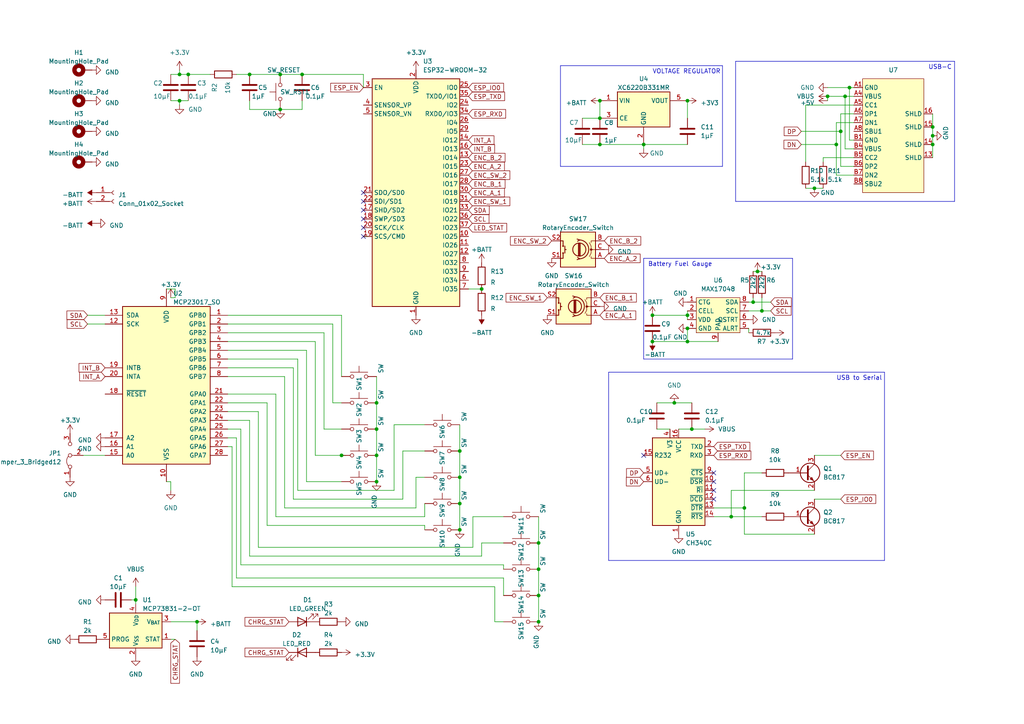
<source format=kicad_sch>
(kicad_sch (version 20230121) (generator eeschema)
  (paper "A4")
  (junction (at 173.99 41.91))
  (junction (at 54.61 21.59))
  (junction (at 87.63 21.59))
  (junction (at 109.22 116.84))
  (junction (at 133.35 153.67))
  (junction (at 133.35 130.81))
  (junction (at 156.21 165.1))
  (junction (at 186.69 41.91))
  (junction (at 215.9 147.32))
  (junction (at 173.99 34.29))
  (junction (at 270.51 41.91))
  (junction (at 199.39 99.06))
  (junction (at 156.21 157.48))
  (junction (at 199.39 91.44))
  (junction (at 156.21 180.34))
  (junction (at 189.23 91.44))
  (junction (at 109.22 124.46))
  (junction (at 99.06 132.08))
  (junction (at 220.98 90.17))
  (junction (at 245.11 27.94))
  (junction (at 218.44 87.63))
  (junction (at 133.35 138.43))
  (junction (at 173.99 29.21))
  (junction (at 270.51 39.37))
  (junction (at 270.51 36.83))
  (junction (at 109.22 139.7))
  (junction (at 139.7 83.82))
  (junction (at 243.84 38.1))
  (junction (at 246.38 25.4))
  (junction (at 199.39 95.25))
  (junction (at 242.57 41.91))
  (junction (at 195.58 116.84))
  (junction (at 156.21 172.72))
  (junction (at 212.09 149.86))
  (junction (at 200.66 124.46))
  (junction (at 57.15 180.34))
  (junction (at 240.03 27.94))
  (junction (at 133.35 146.05))
  (junction (at 81.28 31.75))
  (junction (at 189.23 99.06))
  (junction (at 39.37 173.99))
  (junction (at 199.39 29.21))
  (junction (at 236.22 54.61))
  (junction (at 52.07 21.59))
  (junction (at 109.22 132.08))
  (junction (at 52.07 29.21))
  (junction (at 219.71 78.74))
  (junction (at 81.28 21.59))
  (junction (at 72.39 21.59))
  (no_connect (at 105.41 63.5))
  (no_connect (at 105.41 55.88))
  (no_connect (at 207.01 139.7))
  (no_connect (at 105.41 60.96))
  (no_connect (at 105.41 66.04))
  (no_connect (at 105.41 58.42))
  (no_connect (at 207.01 137.16))
  (no_connect (at 105.41 68.58))
  (no_connect (at 186.69 132.08))
  (no_connect (at 207.01 144.78))
  (no_connect (at 207.01 142.24))
  (wire (pts (xy 24.13 132.08) (xy 30.48 132.08)))
  (wire (pts (xy 68.58 127) (xy 68.58 167.64)))
  (wire (pts (xy 186.69 43.18) (xy 186.69 41.91)))
  (wire (pts (xy 82.55 147.32) (xy 120.65 147.32)))
  (wire (pts (xy 242.57 50.8) (xy 247.65 50.8)))
  (wire (pts (xy 238.76 45.72) (xy 247.65 45.72)))
  (wire (pts (xy 233.68 30.48) (xy 233.68 46.99)))
  (wire (pts (xy 199.39 99.06) (xy 208.28 99.06)))
  (wire (pts (xy 99.06 109.22) (xy 99.06 91.44)))
  (wire (pts (xy 236.22 54.61) (xy 238.76 54.61)))
  (wire (pts (xy 207.01 149.86) (xy 212.09 149.86)))
  (polyline (pts (xy 213.36 58.42) (xy 213.36 17.78)))
  (wire (pts (xy 243.84 38.1) (xy 243.84 33.02)))
  (wire (pts (xy 143.51 170.18) (xy 143.51 180.34)))
  (wire (pts (xy 247.65 40.64) (xy 246.38 40.64)))
  (wire (pts (xy 133.35 138.43) (xy 133.35 146.05)))
  (wire (pts (xy 217.17 90.17) (xy 220.98 90.17)))
  (wire (pts (xy 66.04 109.22) (xy 82.55 109.22)))
  (polyline (pts (xy 186.69 74.93) (xy 186.69 104.14)))
  (wire (pts (xy 156.21 157.48) (xy 156.21 165.1)))
  (wire (pts (xy 207.01 147.32) (xy 215.9 147.32)))
  (wire (pts (xy 25.4 93.98) (xy 30.48 93.98)))
  (wire (pts (xy 146.05 167.64) (xy 146.05 172.72)))
  (wire (pts (xy 67.31 129.54) (xy 67.31 170.18)))
  (wire (pts (xy 212.09 142.24) (xy 236.22 142.24)))
  (wire (pts (xy 93.98 124.46) (xy 99.06 124.46)))
  (polyline (pts (xy 209.55 19.05) (xy 209.55 48.26)))
  (wire (pts (xy 189.23 99.06) (xy 199.39 99.06)))
  (wire (pts (xy 245.11 27.94) (xy 247.65 27.94)))
  (wire (pts (xy 86.36 104.14) (xy 86.36 142.24)))
  (wire (pts (xy 74.93 158.75) (xy 137.16 158.75)))
  (wire (pts (xy 50.8 185.42) (xy 49.53 185.42)))
  (wire (pts (xy 91.44 132.08) (xy 99.06 132.08)))
  (wire (pts (xy 219.71 78.74) (xy 220.98 78.74)))
  (wire (pts (xy 139.7 157.48) (xy 146.05 157.48)))
  (wire (pts (xy 96.52 93.98) (xy 96.52 116.84)))
  (wire (pts (xy 66.04 99.06) (xy 91.44 99.06)))
  (wire (pts (xy 242.57 35.56) (xy 247.65 35.56)))
  (polyline (pts (xy 229.87 104.14) (xy 186.69 104.14)))
  (wire (pts (xy 80.01 114.3) (xy 80.01 149.86)))
  (wire (pts (xy 66.04 127) (xy 68.58 127)))
  (wire (pts (xy 168.91 34.29) (xy 173.99 34.29)))
  (wire (pts (xy 38.1 173.99) (xy 39.37 173.99)))
  (wire (pts (xy 93.98 96.52) (xy 93.98 124.46)))
  (wire (pts (xy 270.51 39.37) (xy 270.51 41.91)))
  (wire (pts (xy 243.84 48.26) (xy 247.65 48.26)))
  (wire (pts (xy 199.39 90.17) (xy 199.39 91.44)))
  (wire (pts (xy 156.21 172.72) (xy 156.21 180.34)))
  (wire (pts (xy 218.44 78.74) (xy 219.71 78.74)))
  (polyline (pts (xy 276.86 17.78) (xy 276.86 58.42)))
  (polyline (pts (xy 162.56 48.26) (xy 162.56 19.05)))
  (wire (pts (xy 196.85 124.46) (xy 200.66 124.46)))
  (wire (pts (xy 215.9 154.94) (xy 236.22 154.94)))
  (wire (pts (xy 116.84 130.81) (xy 123.19 130.81)))
  (wire (pts (xy 240.03 27.94) (xy 245.11 27.94)))
  (wire (pts (xy 109.22 116.84) (xy 109.22 124.46)))
  (wire (pts (xy 50.8 83.82) (xy 50.8 86.36)))
  (wire (pts (xy 48.26 83.82) (xy 50.8 83.82)))
  (wire (pts (xy 270.51 36.83) (xy 270.51 39.37)))
  (wire (pts (xy 81.28 31.75) (xy 87.63 31.75)))
  (wire (pts (xy 133.35 146.05) (xy 133.35 153.67)))
  (wire (pts (xy 139.7 161.29) (xy 139.7 157.48)))
  (wire (pts (xy 57.15 180.34) (xy 57.15 182.88)))
  (wire (pts (xy 114.3 142.24) (xy 114.3 123.19)))
  (wire (pts (xy 190.5 116.84) (xy 195.58 116.84)))
  (wire (pts (xy 245.11 43.18) (xy 247.65 43.18)))
  (wire (pts (xy 39.37 170.18) (xy 39.37 173.99)))
  (wire (pts (xy 199.39 99.06) (xy 199.39 95.25)))
  (wire (pts (xy 72.39 29.21) (xy 72.39 31.75)))
  (wire (pts (xy 195.58 116.84) (xy 200.66 116.84)))
  (wire (pts (xy 99.06 91.44) (xy 66.04 91.44)))
  (polyline (pts (xy 229.87 74.93) (xy 229.87 104.14)))
  (wire (pts (xy 246.38 25.4) (xy 246.38 40.64)))
  (wire (pts (xy 139.7 83.82) (xy 135.89 83.82)))
  (wire (pts (xy 54.61 21.59) (xy 60.96 21.59)))
  (wire (pts (xy 242.57 41.91) (xy 242.57 35.56)))
  (wire (pts (xy 52.07 30.48) (xy 52.07 29.21)))
  (wire (pts (xy 238.76 46.99) (xy 238.76 45.72)))
  (polyline (pts (xy 209.55 48.26) (xy 162.56 48.26)))
  (wire (pts (xy 52.07 20.32) (xy 52.07 21.59)))
  (wire (pts (xy 77.47 116.84) (xy 77.47 152.4)))
  (wire (pts (xy 243.84 132.08) (xy 236.22 132.08)))
  (wire (pts (xy 200.66 124.46) (xy 204.47 124.46)))
  (wire (pts (xy 99.06 132.08) (xy 100.33 132.08)))
  (wire (pts (xy 109.22 132.08) (xy 109.22 139.7)))
  (wire (pts (xy 109.22 124.46) (xy 109.22 132.08)))
  (wire (pts (xy 189.23 91.44) (xy 199.39 91.44)))
  (wire (pts (xy 114.3 123.19) (xy 123.19 123.19)))
  (wire (pts (xy 66.04 121.92) (xy 72.39 121.92)))
  (wire (pts (xy 137.16 158.75) (xy 137.16 149.86)))
  (polyline (pts (xy 176.53 107.95) (xy 256.54 107.95)))
  (polyline (pts (xy 162.56 19.05) (xy 209.55 19.05)))
  (wire (pts (xy 236.22 144.78) (xy 243.84 144.78)))
  (wire (pts (xy 72.39 121.92) (xy 72.39 161.29)))
  (wire (pts (xy 81.28 21.59) (xy 87.63 21.59)))
  (wire (pts (xy 212.09 149.86) (xy 212.09 142.24)))
  (wire (pts (xy 50.8 86.36) (xy 49.53 86.36)))
  (wire (pts (xy 143.51 180.34) (xy 146.05 180.34)))
  (wire (pts (xy 48.26 139.7) (xy 49.53 139.7)))
  (wire (pts (xy 242.57 41.91) (xy 242.57 50.8)))
  (wire (pts (xy 88.9 101.6) (xy 88.9 139.7)))
  (wire (pts (xy 52.07 21.59) (xy 54.61 21.59)))
  (wire (pts (xy 87.63 31.75) (xy 87.63 29.21)))
  (wire (pts (xy 106.68 68.58) (xy 105.41 68.58)))
  (wire (pts (xy 72.39 21.59) (xy 81.28 21.59)))
  (wire (pts (xy 232.41 41.91) (xy 242.57 41.91)))
  (polyline (pts (xy 186.69 74.93) (xy 229.87 74.93)))
  (wire (pts (xy 217.17 96.52) (xy 217.17 95.25)))
  (wire (pts (xy 246.38 25.4) (xy 247.65 25.4)))
  (wire (pts (xy 156.21 165.1) (xy 156.21 172.72)))
  (wire (pts (xy 77.47 152.4) (xy 123.19 152.4)))
  (polyline (pts (xy 213.36 17.78) (xy 276.86 17.78)))
  (wire (pts (xy 133.35 123.19) (xy 133.35 130.81)))
  (wire (pts (xy 243.84 38.1) (xy 243.84 48.26)))
  (wire (pts (xy 133.35 130.81) (xy 133.35 138.43)))
  (wire (pts (xy 146.05 163.83) (xy 146.05 165.1)))
  (wire (pts (xy 220.98 90.17) (xy 223.52 90.17)))
  (wire (pts (xy 72.39 31.75) (xy 81.28 31.75)))
  (wire (pts (xy 72.39 161.29) (xy 139.7 161.29)))
  (wire (pts (xy 66.04 129.54) (xy 67.31 129.54)))
  (wire (pts (xy 217.17 87.63) (xy 218.44 87.63)))
  (wire (pts (xy 85.09 106.68) (xy 85.09 144.78)))
  (wire (pts (xy 233.68 54.61) (xy 236.22 54.61)))
  (wire (pts (xy 137.16 149.86) (xy 146.05 149.86)))
  (wire (pts (xy 116.84 144.78) (xy 116.84 130.81)))
  (polyline (pts (xy 276.86 58.42) (xy 213.36 58.42)))
  (wire (pts (xy 218.44 87.63) (xy 223.52 87.63)))
  (wire (pts (xy 57.15 180.34) (xy 49.53 180.34)))
  (wire (pts (xy 105.41 21.59) (xy 105.41 25.4)))
  (wire (pts (xy 190.5 124.46) (xy 194.31 124.46)))
  (wire (pts (xy 173.99 29.21) (xy 173.99 34.29)))
  (wire (pts (xy 247.65 30.48) (xy 233.68 30.48)))
  (wire (pts (xy 220.98 137.16) (xy 215.9 137.16)))
  (wire (pts (xy 69.85 163.83) (xy 146.05 163.83)))
  (wire (pts (xy 199.39 34.29) (xy 199.39 29.21)))
  (wire (pts (xy 80.01 149.86) (xy 123.19 149.86)))
  (wire (pts (xy 68.58 167.64) (xy 146.05 167.64)))
  (wire (pts (xy 66.04 119.38) (xy 74.93 119.38)))
  (wire (pts (xy 52.07 29.21) (xy 54.61 29.21)))
  (polyline (pts (xy 256.54 162.56) (xy 176.53 162.56)))
  (wire (pts (xy 66.04 93.98) (xy 96.52 93.98)))
  (wire (pts (xy 240.03 27.94) (xy 240.03 29.21)))
  (wire (pts (xy 232.41 38.1) (xy 243.84 38.1)))
  (wire (pts (xy 220.98 86.36) (xy 220.98 90.17)))
  (wire (pts (xy 49.53 21.59) (xy 52.07 21.59)))
  (wire (pts (xy 66.04 104.14) (xy 86.36 104.14)))
  (wire (pts (xy 66.04 106.68) (xy 85.09 106.68)))
  (polyline (pts (xy 256.54 107.95) (xy 256.54 162.56)))
  (wire (pts (xy 270.51 33.02) (xy 270.51 36.83)))
  (wire (pts (xy 173.99 41.91) (xy 186.69 41.91)))
  (wire (pts (xy 85.09 144.78) (xy 116.84 144.78)))
  (wire (pts (xy 168.91 41.91) (xy 173.99 41.91)))
  (wire (pts (xy 66.04 101.6) (xy 88.9 101.6)))
  (wire (pts (xy 245.11 27.94) (xy 245.11 43.18)))
  (wire (pts (xy 88.9 139.7) (xy 99.06 139.7)))
  (wire (pts (xy 186.69 41.91) (xy 199.39 41.91)))
  (wire (pts (xy 270.51 41.91) (xy 270.51 45.72)))
  (wire (pts (xy 74.93 119.38) (xy 74.93 158.75)))
  (wire (pts (xy 25.4 91.44) (xy 30.48 91.44)))
  (wire (pts (xy 66.04 116.84) (xy 77.47 116.84)))
  (wire (pts (xy 66.04 124.46) (xy 69.85 124.46)))
  (wire (pts (xy 218.44 86.36) (xy 218.44 87.63)))
  (wire (pts (xy 69.85 124.46) (xy 69.85 163.83)))
  (polyline (pts (xy 176.53 107.95) (xy 176.53 162.56)))
  (wire (pts (xy 215.9 147.32) (xy 215.9 154.94)))
  (wire (pts (xy 240.03 25.4) (xy 246.38 25.4)))
  (wire (pts (xy 156.21 149.86) (xy 156.21 157.48)))
  (wire (pts (xy 39.37 173.99) (xy 39.37 175.26)))
  (wire (pts (xy 67.31 170.18) (xy 143.51 170.18)))
  (wire (pts (xy 82.55 109.22) (xy 82.55 147.32)))
  (wire (pts (xy 96.52 116.84) (xy 99.06 116.84)))
  (wire (pts (xy 87.63 21.59) (xy 105.41 21.59)))
  (wire (pts (xy 86.36 142.24) (xy 114.3 142.24)))
  (wire (pts (xy 49.53 29.21) (xy 52.07 29.21)))
  (wire (pts (xy 199.39 91.44) (xy 199.39 92.71)))
  (wire (pts (xy 49.53 139.7) (xy 49.53 142.24)))
  (wire (pts (xy 215.9 137.16) (xy 215.9 147.32)))
  (wire (pts (xy 109.22 109.22) (xy 109.22 116.84)))
  (wire (pts (xy 243.84 33.02) (xy 247.65 33.02)))
  (wire (pts (xy 123.19 152.4) (xy 123.19 153.67)))
  (wire (pts (xy 66.04 114.3) (xy 80.01 114.3)))
  (wire (pts (xy 91.44 99.06) (xy 91.44 132.08)))
  (wire (pts (xy 120.65 138.43) (xy 123.19 138.43)))
  (wire (pts (xy 212.09 149.86) (xy 220.98 149.86)))
  (wire (pts (xy 120.65 147.32) (xy 120.65 138.43)))
  (wire (pts (xy 68.58 21.59) (xy 72.39 21.59)))
  (wire (pts (xy 66.04 96.52) (xy 93.98 96.52)))
  (wire (pts (xy 123.19 146.05) (xy 123.19 149.86)))
  (text "USB to Serial" (at 242.57 110.49 0) (effects (font (size 1.27 1.27)) (justify left bottom)))
  (text "Battery Fuel Gauge" (at 187.96 77.47 0) (effects (font (size 1.27 1.27)) (justify left bottom)))
  (text "USB-C" (at 269.24 20.32 0) (effects (font (size 1.27 1.27)) (justify left bottom)))
  (text "VOLTAGE REGULATOR" (at 189.23 21.59 0) (effects (font (size 1.27 1.27)) (justify left bottom)))
  (global_label "INT_B" (shape input) (at 135.89 43.18 0) (property "Intersheetrefs" "${INTERSHEET_REFS}" (effects hide)))
  (global_label "CHRG_STAT" (shape input) (at 50.8 185.42 270) (property "Intersheetrefs" "${INTERSHEET_REFS}" (effects hide)))
  (global_label "ENC_A_2" (shape input) (at 175.26 74.93 0) (property "Intersheetrefs" "${INTERSHEET_REFS}" (effects hide)))
  (global_label "DP" (shape input) (at 186.69 137.16 180) (property "Intersheetrefs" "${INTERSHEET_REFS}" (effects hide)) (property "Referenzen zwischen Schaltplänen" "${INTERSHEET_REFS}" (effects hide)))
  (global_label "SDA" (shape input) (at 25.4 91.44 180) (property "Intersheetrefs" "${INTERSHEET_REFS}" (effects hide)) (property "Referenzen zwischen Schaltplänen" "${INTERSHEET_REFS}" (effects hide)))
  (global_label "ENC_B_1" (shape input) (at 173.99 86.36 0) (property "Intersheetrefs" "${INTERSHEET_REFS}" (effects hide)))
  (global_label "INT_A" (shape input) (at 30.48 109.22 180) (property "Intersheetrefs" "${INTERSHEET_REFS}" (effects hide)))
  (global_label "ESP_EN" (shape input) (at 243.84 132.08 0) (property "Intersheetrefs" "${INTERSHEET_REFS}" (effects hide)) (property "Referenzen zwischen Schaltplänen" "${INTERSHEET_REFS}" (effects hide)))
  (global_label "SCL" (shape input) (at 223.52 90.17 0) (property "Intersheetrefs" "${INTERSHEET_REFS}" (effects hide)) (property "Referenzen zwischen Schaltplänen" "${INTERSHEET_REFS}" (effects hide)))
  (global_label "ENC_A_1" (shape input) (at 173.99 91.44 0) (property "Intersheetrefs" "${INTERSHEET_REFS}" (effects hide)))
  (global_label "ENC_B_2" (shape input) (at 175.26 69.85 0) (property "Intersheetrefs" "${INTERSHEET_REFS}" (effects hide)))
  (global_label "SDA" (shape input) (at 135.89 60.96 0) (property "Intersheetrefs" "${INTERSHEET_REFS}" (effects hide)) (property "Referenzen zwischen Schaltplänen" "${INTERSHEET_REFS}" (effects hide)))
  (global_label "ESP_IO0" (shape input) (at 135.89 25.4 0) (property "Intersheetrefs" "${INTERSHEET_REFS}" (effects hide)) (property "Referenzen zwischen Schaltplänen" "${INTERSHEET_REFS}" (effects hide)))
  (global_label "LED_STAT" (shape input) (at 135.89 66.04 0) (property "Intersheetrefs" "${INTERSHEET_REFS}" (effects hide)) (property "Referenzen zwischen Schaltplänen" "${INTERSHEET_REFS}" (effects hide)))
  (global_label "ESP_IO0" (shape input) (at 243.84 144.78 0) (property "Intersheetrefs" "${INTERSHEET_REFS}" (effects hide)) (property "Referenzen zwischen Schaltplänen" "${INTERSHEET_REFS}" (effects hide)))
  (global_label "ESP_TXD" (shape input) (at 135.89 27.94 0) (property "Intersheetrefs" "${INTERSHEET_REFS}" (effects hide)) (property "Referenzen zwischen Schaltplänen" "${INTERSHEET_REFS}" (effects hide)))
  (global_label "ESP_RXD" (shape input) (at 207.01 132.08 0) (property "Intersheetrefs" "${INTERSHEET_REFS}" (effects hide)) (property "Referenzen zwischen Schaltplänen" "${INTERSHEET_REFS}" (effects hide)))
  (global_label "SCL" (shape input) (at 135.89 63.5 0) (property "Intersheetrefs" "${INTERSHEET_REFS}" (effects hide)) (property "Referenzen zwischen Schaltplänen" "${INTERSHEET_REFS}" (effects hide)))
  (global_label "ESP_RXD" (shape input) (at 135.89 33.02 0) (property "Intersheetrefs" "${INTERSHEET_REFS}" (effects hide)) (property "Referenzen zwischen Schaltplänen" "${INTERSHEET_REFS}" (effects hide)))
  (global_label "SDA" (shape input) (at 223.52 87.63 0) (property "Intersheetrefs" "${INTERSHEET_REFS}" (effects hide)) (property "Referenzen zwischen Schaltplänen" "${INTERSHEET_REFS}" (effects hide)))
  (global_label "ENC_A_1" (shape input) (at 135.89 55.88 0) (property "Intersheetrefs" "${INTERSHEET_REFS}" (effects hide)))
  (global_label "ESP_EN" (shape input) (at 105.41 25.4 180) (property "Intersheetrefs" "${INTERSHEET_REFS}" (effects hide)) (property "Referenzen zwischen Schaltplänen" "${INTERSHEET_REFS}" (effects hide)))
  (global_label "DN" (shape input) (at 186.69 139.7 180) (property "Intersheetrefs" "${INTERSHEET_REFS}" (effects hide)) (property "Referenzen zwischen Schaltplänen" "${INTERSHEET_REFS}" (effects hide)))
  (global_label "CHRG_STAT" (shape input) (at 83.82 189.23 180) (property "Intersheetrefs" "${INTERSHEET_REFS}" (effects hide)))
  (global_label "ENC_B_1" (shape input) (at 135.89 53.34 0) (property "Intersheetrefs" "${INTERSHEET_REFS}" (effects hide)))
  (global_label "INT_B" (shape input) (at 30.48 106.68 180) (property "Intersheetrefs" "${INTERSHEET_REFS}" (effects hide)))
  (global_label "ENC_SW_2" (shape input) (at 160.02 69.85 180) (property "Intersheetrefs" "${INTERSHEET_REFS}" (effects hide)))
  (global_label "DN" (shape input) (at 232.41 41.91 180) (property "Intersheetrefs" "${INTERSHEET_REFS}" (effects hide)) (property "Referenzen zwischen Schaltplänen" "${INTERSHEET_REFS}" (effects hide)))
  (global_label "SCL" (shape input) (at 25.4 93.98 180) (property "Intersheetrefs" "${INTERSHEET_REFS}" (effects hide)) (property "Referenzen zwischen Schaltplänen" "${INTERSHEET_REFS}" (effects hide)))
  (global_label "ENC_SW_2" (shape input) (at 135.89 50.8 0) (property "Intersheetrefs" "${INTERSHEET_REFS}" (effects hide)))
  (global_label "DP" (shape input) (at 232.41 38.1 180) (property "Intersheetrefs" "${INTERSHEET_REFS}" (effects hide)) (property "Referenzen zwischen Schaltplänen" "${INTERSHEET_REFS}" (effects hide)))
  (global_label "ENC_SW_1" (shape input) (at 158.75 86.36 180) (property "Intersheetrefs" "${INTERSHEET_REFS}" (effects hide)))
  (global_label "ENC_A_2" (shape input) (at 135.89 48.26 0) (property "Intersheetrefs" "${INTERSHEET_REFS}" (effects hide)))
  (global_label "INT_A" (shape input) (at 135.89 40.64 0) (property "Intersheetrefs" "${INTERSHEET_REFS}" (effects hide)))
  (global_label "CHRG_STAT" (shape input) (at 83.82 180.34 180) (property "Intersheetrefs" "${INTERSHEET_REFS}" (effects hide)))
  (global_label "ENC_B_2" (shape input) (at 135.89 45.72 0) (property "Intersheetrefs" "${INTERSHEET_REFS}" (effects hide)))
  (global_label "ESP_TXD" (shape input) (at 207.01 129.54 0) (property "Intersheetrefs" "${INTERSHEET_REFS}" (effects hide)) (property "Referenzen zwischen Schaltplänen" "${INTERSHEET_REFS}" (effects hide)))
  (global_label "ENC_SW_1" (shape input) (at 135.89 58.42 0) (property "Intersheetrefs" "${INTERSHEET_REFS}" (effects hide)))
  (symbol (lib_id "power:GND") (at 156.21 180.34 0) (unit 1)
    (property "Reference" "#PWR030" (effects hide))
    (property "Value" "GND" (at 155.575 184.15 90) (effects (justify right)))
  )
  (symbol (lib_id "Device:C") (at 57.15 186.69 180) (unit 1)
    (property "Reference" "C4" (at 60.96 186.055 0) (effects (justify right)))
    (property "Value" "10µF" (at 60.96 188.595 0) (effects (justify right)))
    (property "Footprint" "Capacitor_SMD:C_0805_2012Metric" (effects hide))
  )
  (symbol (lib_id "Device:R") (at 238.76 50.8 180) (unit 1)
    (property "Reference" "R11" (at 240.03 49.53 0) (effects (justify right)))
    (property "Value" "5.1k" (at 240.03 52.07 0) (effects (justify right)))
    (property "Footprint" "Resistor_SMD:R_0805_2012Metric" (effects hide))
  )
  (symbol (lib_id "Switch:SW_Push") (at 151.13 157.48 0) (unit 1)
    (property "Reference" "SW12" (at 151.13 157.48 90) (effects (justify right)))
    (property "Value" "SW" (at 157.48 153.67 90) (effects (justify right)))
    (property "Footprint" "Library:SW_Cherry_MX_1.00u_Plate_Custom" (effects hide))
  )
  (symbol (lib_id "power:GND") (at 49.53 142.24 0) (unit 1)
    (property "Reference" "#PWR018" (effects hide))
    (property "Value" "GND" (at 49.53 147.32 0))
  )
  (symbol (lib_id "Device:R") (at 64.77 21.59 270) (unit 1)
    (property "Reference" "R2" (at 62.23 25.4 0))
    (property "Value" "10k" (at 66.04 25.4 0))
    (property "Footprint" "Resistor_SMD:R_0805_2012Metric" (effects hide))
  )
  (symbol (lib_id "power:GND") (at 270.51 39.37 90) (unit 1)
    (property "Reference" "#PWR048" (effects hide))
    (property "Value" "GND" (at 274.32 40.64 0) (effects (justify left)))
  )
  (symbol (lib_id "Device:C") (at 199.39 38.1 0) (unit 1)
    (property "Reference" "C11" (at 203.2 36.83 0) (effects (justify left)))
    (property "Value" "1µF" (at 203.2 39.37 0) (effects (justify left)))
    (property "Footprint" "Capacitor_SMD:C_0805_2012Metric" (effects hide))
  )
  (symbol (lib_id "power:GND") (at 52.07 30.48 0) (unit 1)
    (property "Reference" "#PWR020" (effects hide))
    (property "Value" "GND" (at 54.61 31.7499 0) (effects (justify left)))
  )
  (symbol (lib_id "Connector:Conn_01x02_Socket") (at 33.02 55.88 0) (unit 1)
    (property "Reference" "J1" (at 34.29 56.515 0) (effects (justify left)))
    (property "Value" "Conn_01x02_Socket" (at 34.29 59.055 0) (effects (justify left)))
    (property "Footprint" "Connector_PinHeader_2.54mm:PinHeader_1x02_P2.54mm_Vertical" (effects hide))
  )
  (symbol (lib_id "power:+3.3V") (at 219.71 78.74 0) (unit 1)
    (property "Reference" "#PWR042" (effects hide))
    (property "Value" "+3.3V" (at 223.52 77.47 0))
  )
  (symbol (lib_id "power:GND") (at 57.15 190.5 0) (unit 1)
    (property "Reference" "#PWR022" (effects hide))
    (property "Value" "GND" (at 57.15 195.58 0))
  )
  (symbol (lib_id "Device:C") (at 54.61 25.4 0) (unit 1)
    (property "Reference" "C3" (at 57.15 24.13 0) (effects (justify left)))
    (property "Value" "0.1µF" (at 54.61 27.94 0) (effects (justify left)))
    (property "Footprint" "Capacitor_SMD:C_0805_2012Metric" (effects hide))
  )
  (symbol (lib_id "Switch:SW_Push") (at 151.13 180.34 0) (unit 1)
    (property "Reference" "SW15" (at 151.13 180.34 90) (effects (justify right)))
    (property "Value" "SW" (at 157.48 176.53 90) (effects (justify right)))
    (property "Footprint" "Library:SW_Cherry_MX_1.00u_Plate_Custom" (effects hide))
  )
  (symbol (lib_id "Device:R") (at 139.7 87.63 0) (unit 1)
    (property "Reference" "R12" (at 142.24 86.36 0) (effects (justify left)))
    (property "Value" "R" (at 142.24 89.535 0) (effects (justify left)))
    (property "Footprint" "Capacitor_SMD:C_0805_2012Metric" (effects hide))
  )
  (symbol (lib_id "Device:R") (at 25.4 185.42 90) (unit 1)
    (property "Reference" "R1" (at 25.4 180.34 90))
    (property "Value" "2k" (at 25.4 182.88 90))
    (property "Footprint" "Resistor_SMD:R_0805_2012Metric" (effects hide))
  )
  (symbol (lib_id "power:GND") (at 196.85 154.94 0) (unit 1)
    (property "Reference" "#PWR036" (effects hide))
    (property "Value" "GND" (at 196.85 160.02 0))
  )
  (symbol (lib_id "Device:R") (at 95.25 189.23 90) (unit 1)
    (property "Reference" "R4" (at 95.25 184.15 90))
    (property "Value" "2k" (at 95.25 186.69 90))
    (property "Footprint" "Resistor_SMD:R_0805_2012Metric" (effects hide))
  )
  (symbol (lib_id "Switch:SW_Push") (at 104.14 116.84 0) (unit 1)
    (property "Reference" "SW2" (at 104.14 116.84 90) (effects (justify right)))
    (property "Value" "SW" (at 110.49 113.03 90) (effects (justify right)))
    (property "Footprint" "Library:SW_Cherry_MX_1.00u_Plate_Custom" (effects hide))
  )
  (symbol (lib_id "power:GND") (at 30.48 173.99 270) (unit 1)
    (property "Reference" "#PWR014" (effects hide))
    (property "Value" "GND" (at 26.67 174.625 90) (effects (justify right)))
  )
  (symbol (lib_id "power:GND") (at 27.94 64.77 90) (unit 1)
    (property "Reference" "#PWR010" (effects hide))
    (property "Value" "GND" (at 31.75 65.405 90) (effects (justify right)))
  )
  (symbol (lib_id "Device:C") (at 190.5 120.65 0) (unit 1)
    (property "Reference" "C10" (at 185.42 119.38 0) (effects (justify left)))
    (property "Value" "0.1µF" (at 181.61 121.92 0) (effects (justify left)))
    (property "Footprint" "Capacitor_SMD:C_0805_2012Metric" (effects hide))
  )
  (symbol (lib_id "power:GND") (at 186.69 43.18 0) (unit 1)
    (property "Reference" "#PWR032" (effects hide))
    (property "Value" "GND" (at 190.5 44.45 0))
  )
  (symbol (lib_id "Device:C") (at 189.23 95.25 0) (unit 1)
    (property "Reference" "C9" (at 191.77 93.98 0) (effects (justify left)))
    (property "Value" "0.1µF" (at 189.23 97.79 0) (effects (justify left)))
    (property "Footprint" "Capacitor_SMD:C_0805_2012Metric" (effects hide))
  )
  (symbol (lib_id "Device:LED") (at 87.63 180.34 180) (unit 1)
    (property "Reference" "D1" (at 89.2175 173.99 0))
    (property "Value" "LED_GREEN" (at 89.2175 176.53 0))
    (property "Footprint" "LED_SMD:LED_0805_2012Metric" (effects hide))
  )
  (symbol (lib_id "Switch:SW_Push") (at 104.14 124.46 0) (unit 1)
    (property "Reference" "SW3" (at 104.14 124.46 90) (effects (justify right)))
    (property "Value" "SW" (at 110.49 120.65 90) (effects (justify right)))
    (property "Footprint" "Library:SW_Cherry_MX_1.00u_Plate_Custom" (effects hide))
  )
  (symbol (lib_id "power:GND") (at 81.28 31.75 0) (unit 1)
    (property "Reference" "#PWR023" (effects hide))
    (property "Value" "GND" (at 76.2 33.02 0) (effects (justify left)))
  )
  (symbol (lib_id "power:GND") (at 109.22 139.7 0) (unit 1)
    (property "Reference" "#PWR026" (effects hide))
    (property "Value" "GND" (at 108.585 143.51 90) (effects (justify right)))
  )
  (symbol (lib_id "Device:C") (at 72.39 25.4 180) (unit 1)
    (property "Reference" "C5" (at 76.2 25.4 0))
    (property "Value" "1µF" (at 74.93 27.94 0))
    (property "Footprint" "Capacitor_SMD:C_0805_2012Metric" (effects hide))
  )
  (symbol (lib_name "GND_1") (lib_id "power:GND") (at 26.67 38.1 90) (unit 1)
    (property "Reference" "#PWR06" (effects hide))
    (property "Value" "GND" (at 30.48 38.735 90) (effects (justify right)))
  )
  (symbol (lib_id "power:+3V3") (at 199.39 29.21 270) (unit 1)
    (property "Reference" "#PWR037" (effects hide))
    (property "Value" "+3V3" (at 203.2 29.845 90) (effects (justify left)))
  )
  (symbol (lib_id "power:GND") (at 30.48 127 270) (unit 1)
    (property "Reference" "#PWR012" (effects hide))
    (property "Value" "GND" (at 26.67 127.635 90) (effects (justify right)))
  )
  (symbol (lib_id "power:+3.3V") (at 224.79 96.52 270) (unit 1)
    (property "Reference" "#PWR043" (effects hide))
    (property "Value" "+3.3V" (at 226.06 99.06 90))
  )
  (symbol (lib_id "Device:C") (at 200.66 120.65 0) (unit 1)
    (property "Reference" "C12" (at 204.47 119.3799 0) (effects (justify left)))
    (property "Value" "0.1µF" (at 204.47 121.9199 0) (effects (justify left)))
    (property "Footprint" "Capacitor_SMD:C_0805_2012Metric" (effects hide))
  )
  (symbol (lib_name "-BATT_1") (lib_id "power:-BATT") (at 27.94 55.88 90) (unit 1)
    (property "Reference" "#PWR08" (effects hide))
    (property "Value" "-BATT" (at 24.13 56.515 90) (effects (justify left)))
  )
  (symbol (lib_id "Mechanical:MountingHole_Pad") (at 24.13 20.32 90) (unit 1)
    (property "Reference" "H1" (at 22.86 15.24 90))
    (property "Value" "MountingHole_Pad" (at 22.86 17.78 90))
    (property "Footprint" "MountingHole:MountingHole_2.2mm_M2_DIN965_Pad_TopBottom" (effects hide))
  )
  (symbol (lib_id "Device:R") (at 220.98 96.52 90) (unit 1)
    (property "Reference" "R7" (at 222.25 99.06 90) (effects (justify left)))
    (property "Value" "4.7k" (at 223.52 96.52 90) (effects (justify left)))
    (property "Footprint" "Resistor_SMD:R_0805_2012Metric" (effects hide))
  )
  (symbol (lib_id "power:+BATT") (at 189.23 91.44 0) (unit 1)
    (property "Reference" "#PWR033" (effects hide))
    (property "Value" "+BATT" (at 189.23 87.63 0))
  )
  (symbol (lib_id "Device:R") (at 218.44 82.55 0) (unit 1)
    (property "Reference" "R5" (at 214.63 81.28 0) (effects (justify left)))
    (property "Value" "2k2" (at 218.44 83.82 90) (effects (justify left)))
    (property "Footprint" "Resistor_SMD:R_0805_2012Metric" (effects hide))
  )
  (symbol (lib_name "-BATT_2") (lib_id "power:-BATT") (at 27.94 64.77 90) (unit 1)
    (property "Reference" "#PWR011" (effects hide))
    (property "Value" "-BATT" (at 24.13 65.405 90) (effects (justify left)))
  )
  (symbol (lib_id "Device:RotaryEncoder_Switch") (at 167.64 72.39 180) (unit 1)
    (property "Reference" "SW17" (at 167.64 63.5 0))
    (property "Value" "RotaryEncoder_Switch" (at 167.64 66.04 0))
    (property "Footprint" "Rotary_Encoder:RotaryEncoder_Alps_EC11E-Switch_Vertical_H20mm" (effects hide))
  )
  (symbol (lib_id "Switch:SW_Push") (at 151.13 149.86 0) (unit 1)
    (property "Reference" "SW11" (at 151.13 149.86 90) (effects (justify right)))
    (property "Value" "SW" (at 157.48 146.05 90) (effects (justify right)))
    (property "Footprint" "Library:SW_Cherry_MX_1.00u_Plate_Custom" (effects hide))
  )
  (symbol (lib_id "Switch:SW_Push") (at 104.14 109.22 0) (unit 1)
    (property "Reference" "SW1" (at 104.14 109.22 90) (effects (justify right)))
    (property "Value" "SW" (at 110.49 105.41 90) (effects (justify right)))
    (property "Footprint" "Library:SW_Cherry_MX_1.00u_Plate_Custom" (effects hide))
  )
  (symbol (lib_id "Device:LED") (at 87.63 189.23 0) (unit 1)
    (property "Reference" "D2" (at 86.0425 184.15 0))
    (property "Value" "LED_RED" (at 86.0425 186.69 0))
    (property "Footprint" "LED_SMD:LED_0805_2012Metric" (effects hide))
  )
  (symbol (lib_name "GND_1") (lib_id "power:GND") (at 26.67 29.21 90) (unit 1)
    (property "Reference" "#PWR05" (effects hide))
    (property "Value" "GND" (at 30.48 29.845 90) (effects (justify right)))
  )
  (symbol (lib_name "+3.3V_1") (lib_id "power:+3.3V") (at 49.53 86.36 0) (unit 1)
    (property "Reference" "#PWR017" (effects hide))
    (property "Value" "+3.3V" (at 49.53 82.55 0))
  )
  (symbol (lib_id "Switch:SW_Push") (at 151.13 165.1 0) (unit 1)
    (property "Reference" "SW13" (at 151.13 165.1 90) (effects (justify right)))
    (property "Value" "SW" (at 157.48 161.29 90) (effects (justify right)))
    (property "Footprint" "Library:SW_Cherry_MX_1.00u_Plate_Custom" (effects hide))
  )
  (symbol (lib_id "Mechanical:MountingHole_Pad") (at 24.13 46.99 90) (unit 1)
    (property "Reference" "H4" (at 22.86 41.91 90))
    (property "Value" "MountingHole_Pad" (at 22.86 44.45 90))
    (property "Footprint" "MountingHole:MountingHole_2.2mm_M2_DIN965_Pad_TopBottom" (effects hide))
  )
  (symbol (lib_id "power:GND") (at 240.03 25.4 270) (unit 1)
    (property "Reference" "#PWR045" (effects hide))
    (property "Value" "GND" (at 236.22 25.3999 90) (effects (justify right)))
  )
  (symbol (lib_id "RF_Module:ESP32-WROOM-32") (at 120.65 55.88 0) (unit 1)
    (property "Reference" "U3" (at 122.6694 17.78 0) (effects (justify left)))
    (property "Value" "ESP32-WROOM-32" (at 122.6694 20.32 0) (effects (justify left)))
    (property "Footprint" "RF_Module:ESP32-WROOM-32" (effects hide))
    (property "Datasheet" "https://www.espressif.com/sites/default/files/documentation/esp32-wroom-32_datasheet_en.pdf" (effects hide))
  )
  (symbol (lib_id "power:GND") (at 236.22 54.61 0) (unit 1)
    (property "Reference" "#PWR044" (effects hide))
    (property "Value" "GND" (at 240.03 55.88 0))
  )
  (symbol (lib_id "power:GND") (at 199.39 95.25 270) (unit 1)
    (property "Reference" "#PWR039" (effects hide))
    (property "Value" "GND" (at 199.39 97.79 90) (effects (justify right)))
  )
  (symbol (lib_id "power:GND") (at 195.58 116.84 180) (unit 1)
    (property "Reference" "#PWR035" (effects hide))
    (property "Value" "GND" (at 195.58 111.76 0))
  )
  (symbol (lib_id "Switch:SW_Push") (at 104.14 139.7 0) (unit 1)
    (property "Reference" "SW5" (at 104.14 139.7 90) (effects (justify right)))
    (property "Value" "SW" (at 110.49 135.89 90) (effects (justify right)))
    (property "Footprint" "Library:SW_Cherry_MX_1.00u_Plate_Custom" (effects hide))
  )
  (symbol (lib_id "power:GND") (at 120.65 91.44 0) (unit 1)
    (property "Reference" "#PWR028" (effects hide))
    (property "Value" "GND" (at 120.65 96.52 0))
  )
  (symbol (lib_id "Interface_USB:CH340C") (at 196.85 139.7 0) (unit 1)
    (property "Reference" "U5" (at 198.8694 154.94 0) (effects (justify left)))
    (property "Value" "CH340C" (at 198.8694 157.48 0) (effects (justify left)))
    (property "Footprint" "Package_SO:SOIC-16_3.9x9.9mm_P1.27mm" (effects hide))
    (property "Datasheet" "https://datasheet.lcsc.com/szlcsc/Jiangsu-Qin-Heng-CH340C_C84681.pdf" (effects hide))
  )
  (symbol (lib_id "Transistor_BJT:BC817") (at 233.68 137.16 0) (unit 1)
    (property "Reference" "Q1" (at 238.76 135.8899 0) (effects (justify left)))
    (property "Value" "BC817" (at 238.76 138.4299 0) (effects (justify left)))
    (property "Footprint" "Package_TO_SOT_SMD:SOT-23" (effects hide))
    (property "Datasheet" "https://www.onsemi.com/pub/Collateral/BC818-D.pdf" (effects hide))
  )
  (symbol (lib_id "Device:R") (at 95.25 180.34 90) (unit 1)
    (property "Reference" "R3" (at 95.25 175.26 90))
    (property "Value" "2k" (at 95.25 177.8 90))
    (property "Footprint" "Resistor_SMD:R_0805_2012Metric" (effects hide))
  )
  (symbol (lib_id "power:+3.3V") (at 52.07 20.32 0) (unit 1)
    (property "Reference" "#PWR019" (effects hide))
    (property "Value" "+3.3V" (at 52.07 15.24 0))
  )
  (symbol (lib_id "Device:C") (at 87.63 25.4 180) (unit 1)
    (property "Reference" "C6" (at 91.44 25.4 0))
    (property "Value" "0.1µF" (at 91.44 27.94 0))
    (property "Footprint" "Capacitor_SMD:C_0805_2012Metric" (effects hide))
  )
  (symbol (lib_id "Device:R") (at 139.7 80.01 0) (unit 1)
    (property "Reference" "R13" (at 142.24 78.74 0) (effects (justify left)))
    (property "Value" "R" (at 142.24 81.915 0) (effects (justify left)))
    (property "Footprint" "Capacitor_SMD:C_0805_2012Metric" (effects hide))
  )
  (symbol (lib_id "power:GND") (at 175.26 72.39 90) (unit 1)
    (property "Reference" "#PWR052" (effects hide))
    (property "Value" "GND" (at 179.07 73.025 90) (effects (justify right)))
  )
  (symbol (lib_id "power:GND") (at 30.48 129.54 270) (unit 1)
    (property "Reference" "#PWR013" (effects hide))
    (property "Value" "GND" (at 26.67 130.175 90) (effects (justify right)))
  )
  (symbol (lib_id "My Parts:XUNPU_TYPEC-304J-BCP16") (at 270.51 39.37 0) (unit 1)
    (property "Reference" "U7" (at 259.08 20.32 0))
    (property "Value" "XUNPU_TYPEC-304J-BCP16" (effects hide))
    (property "Footprint" "My parts:XUNPU TYPEC-304J-BCP16" (effects hide))
  )
  (symbol (lib_id "power:+3.3V") (at 120.65 20.32 0) (unit 1)
    (property "Reference" "#PWR027" (effects hide))
    (property "Value" "+3.3V" (at 120.65 15.24 0))
  )
  (symbol (lib_id "power:GND") (at 173.99 88.9 90) (unit 1)
    (property "Reference" "#PWR050" (effects hide))
    (property "Value" "GND" (at 177.8 89.535 90) (effects (justify right)))
  )
  (symbol (lib_id "power:GND") (at 39.37 190.5 0) (unit 1)
    (property "Reference" "#PWR016" (effects hide))
    (property "Value" "GND" (at 39.37 195.58 0))
  )
  (symbol (lib_id "power:+BATT") (at 57.15 180.34 270) (unit 1)
    (property "Reference" "#PWR021" (effects hide))
    (property "Value" "+BATT" (at 60.96 180.975 90) (effects (justify left)))
  )
  (symbol (lib_id "Mechanical:MountingHole_Pad") (at 24.13 38.1 90) (unit 1)
    (property "Reference" "H3" (at 22.86 33.02 90))
    (property "Value" "MountingHole_Pad" (at 22.86 35.56 90))
    (property "Footprint" "MountingHole:MountingHole_2.2mm_M2_DIN965_Pad_TopBottom" (effects hide))
  )
  (symbol (lib_id "Transistor_BJT:BC817") (at 233.68 149.86 0) (unit 1)
    (property "Reference" "Q2" (at 238.76 148.5899 0) (effects (justify left)))
    (property "Value" "BC817" (at 238.76 151.1299 0) (effects (justify left)))
    (property "Footprint" "Package_TO_SOT_SMD:SOT-23" (effects hide))
    (property "Datasheet" "https://www.onsemi.com/pub/Collateral/BC818-D.pdf" (effects hide))
  )
  (symbol (lib_id "power:VBUS") (at 204.47 124.46 270) (unit 1)
    (property "Reference" "#PWR040" (effects hide))
    (property "Value" "VBUS" (at 208.28 124.4599 90) (effects (justify left)))
  )
  (symbol (lib_id "Device:RotaryEncoder_Switch") (at 166.37 88.9 180) (unit 1)
    (property "Reference" "SW16" (at 166.37 80.01 0))
    (property "Value" "RotaryEncoder_Switch" (at 166.37 82.55 0))
    (property "Footprint" "Rotary_Encoder:RotaryEncoder_Alps_EC11E-Switch_Vertical_H20mm" (effects hide))
  )
  (symbol (lib_id "Switch:SW_Push") (at 128.27 138.43 0) (unit 1)
    (property "Reference" "SW8" (at 128.27 138.43 90) (effects (justify right)))
    (property "Value" "SW" (at 134.62 134.62 90) (effects (justify right)))
    (property "Footprint" "Library:SW_Cherry_MX_1.00u_Plate_Custom" (effects hide))
  )
  (symbol (lib_id "power:+BATT") (at 139.7 76.2 0) (unit 1)
    (property "Reference" "#PWR053" (effects hide))
    (property "Value" "+BATT" (at 139.7 72.39 0))
  )
  (symbol (lib_id "Device:C") (at 49.53 25.4 0) (unit 1)
    (property "Reference" "C2" (at 44.45 24.13 0) (effects (justify left)))
    (property "Value" "10µF" (at 44.45 27.94 0) (effects (justify left)))
    (property "Footprint" "Capacitor_SMD:C_0805_2012Metric" (effects hide))
  )
  (symbol (lib_id "Switch:SW_Push") (at 128.27 146.05 0) (unit 1)
    (property "Reference" "SW9" (at 128.27 146.05 90) (effects (justify right)))
    (property "Value" "SW" (at 134.62 142.24 90) (effects (justify right)))
    (property "Footprint" "Library:SW_Cherry_MX_1.00u_Plate_Custom" (effects hide))
  )
  (symbol (lib_id "Switch:SW_Push") (at 104.14 132.08 0) (unit 1)
    (property "Reference" "SW4" (at 104.14 132.08 90) (effects (justify right)))
    (property "Value" "SW" (at 110.49 128.27 90) (effects (justify right)))
    (property "Footprint" "Library:SW_Cherry_MX_1.00u_Plate_Custom" (effects hide))
  )
  (symbol (lib_id "Interface_Expansion:MCP23017_SO") (at 48.26 111.76 0) (unit 1)
    (property "Reference" "U2" (at 50.2159 85.09 0) (effects (justify left)))
    (property "Value" "MCP23017_SO" (at 50.2159 87.63 0) (effects (justify left)))
    (property "Footprint" "Package_SO:SSOP-28_5.3x10.2mm_P0.65mm" (effects hide))
    (property "Datasheet" "http://ww1.microchip.com/downloads/en/DeviceDoc/20001952C.pdf" (effects hide))
  )
  (symbol (lib_id "Switch:SW_Push") (at 81.28 26.67 90) (unit 1)
    (property "Reference" "SW_RST1" (at 81.28 26.67 90) (effects (justify right)))
    (property "Value" "SW_RESET" (at 77.47 20.32 90) (effects (justify right)))
    (property "Footprint" "Button_Switch_SMD:SW_SPST_B3U-1000P-B" (effects hide))
  )
  (symbol (lib_id "power:GND") (at 160.02 74.93 0) (unit 1)
    (property "Reference" "#PWR051" (effects hide))
    (property "Value" "GND" (at 160.02 80.01 0))
  )
  (symbol (lib_id "Device:R") (at 224.79 149.86 90) (unit 1)
    (property "Reference" "R9" (at 224.79 143.51 90))
    (property "Value" "10k" (at 224.79 146.05 90))
    (property "Footprint" "Resistor_SMD:R_0805_2012Metric" (effects hide))
  )
  (symbol (lib_id "Device:R") (at 233.68 50.8 180) (unit 1)
    (property "Reference" "R10" (at 234.95 49.53 0) (effects (justify right)))
    (property "Value" "5.1k" (at 234.95 52.07 0) (effects (justify right)))
    (property "Footprint" "Resistor_SMD:R_0805_2012Metric" (effects hide))
  )
  (symbol (lib_id "My Parts:MAX17048") (at 208.28 91.44 0) (unit 1)
    (property "Reference" "U6" (at 208.28 81.28 0))
    (property "Value" "MAX17048" (at 208.28 83.82 0))
    (property "Footprint" "Package_DFN_QFN:TDFN-8-1EP_2x2mm_P0.5mm_EP0.8x1.2mm" (effects hide))
  )
  (symbol (lib_id "power:-BATT") (at 189.23 99.06 180) (unit 1)
    (property "Reference" "#PWR034" (effects hide))
    (property "Value" "-BATT" (at 193.04 102.87 0) (effects (justify left)))
  )
  (symbol (lib_id "power:GND") (at 20.32 138.43 0) (unit 1)
    (property "Reference" "#PWR02" (effects hide))
    (property "Value" "GND" (at 20.32 143.51 0))
  )
  (symbol (lib_id "power:GND") (at 99.06 180.34 90) (unit 1)
    (property "Reference" "#PWR024" (effects hide))
    (property "Value" "GND" (at 102.87 180.975 90) (effects (justify right)))
  )
  (symbol (lib_id "power:GND") (at 133.35 153.67 0) (unit 1)
    (property "Reference" "#PWR029" (effects hide))
    (property "Value" "GND" (at 132.715 157.48 90) (effects (justify right)))
  )
  (symbol (lib_id "power:GND") (at 217.17 92.71 90) (unit 1)
    (property "Reference" "#PWR041" (effects hide))
    (property "Value" "GND" (at 220.98 92.7099 90) (effects (justify right)))
  )
  (symbol (lib_id "power:GND") (at 199.39 87.63 270) (unit 1)
    (property "Reference" "#PWR038" (effects hide))
    (property "Value" "GND" (at 199.39 85.09 90) (effects (justify right)))
  )
  (symbol (lib_id "Switch:SW_Push") (at 128.27 130.81 0) (unit 1)
    (property "Reference" "SW7" (at 128.27 130.81 90) (effects (justify right)))
    (property "Value" "SW" (at 134.62 127 90) (effects (justify right)))
    (property "Footprint" "Library:SW_Cherry_MX_1.00u_Plate_Custom" (effects hide))
  )
  (symbol (lib_id "Battery_Management:MCP73831-2-OT") (at 39.37 182.88 0) (unit 1)
    (property "Reference" "U1" (at 41.3259 173.99 0) (effects (justify left)))
    (property "Value" "MCP73831-2-OT" (at 41.3259 176.53 0) (effects (justify left)))
    (property "Footprint" "Package_TO_SOT_SMD:SOT-23-5" (effects hide))
    (property "Datasheet" "http://ww1.microchip.com/downloads/en/DeviceDoc/20001984g.pdf" (effects hide))
  )
  (symbol (lib_id "power:+BATT") (at 27.94 58.42 90) (unit 1)
    (property "Reference" "#PWR09" (effects hide))
    (property "Value" "+BATT" (at 24.13 59.055 90) (effects (justify left)))
  )
  (symbol (lib_id "power:GND") (at 158.75 91.44 0) (unit 1)
    (property "Reference" "#PWR049" (effects hide))
    (property "Value" "GND" (at 158.75 96.52 0))
  )
  (symbol (lib_name "GND_1") (lib_id "power:GND") (at 26.67 20.32 90) (unit 1)
    (property "Reference" "#PWR04" (effects hide))
    (property "Value" "GND" (at 30.48 20.955 90) (effects (justify right)))
  )
  (symbol (lib_id "Mechanical:MountingHole_Pad") (at 24.13 29.21 90) (unit 1)
    (property "Reference" "H2" (at 22.86 24.13 90))
    (property "Value" "MountingHole_Pad" (at 22.86 26.67 90))
    (property "Footprint" "MountingHole:MountingHole_2.2mm_M2_DIN965_Pad_TopBottom" (effects hide))
  )
  (symbol (lib_id "power:GND") (at 21.59 185.42 270) (unit 1)
    (property "Reference" "#PWR03" (effects hide))
    (property "Value" "GND" (at 17.78 186.055 90) (effects (justify right)))
  )
  (symbol (lib_id "Device:R") (at 220.98 82.55 0) (unit 1)
    (property "Reference" "R6" (at 222.25 81.28 0) (effects (justify left)))
    (property "Value" "2k2" (at 220.98 83.82 90) (effects (justify left)))
    (property "Footprint" "Resistor_SMD:R_0805_2012Metric" (effects hide))
  )
  (symbol (lib_name "GND_1") (lib_id "power:GND") (at 26.67 46.99 90) (unit 1)
    (property "Reference" "#PWR07" (effects hide))
    (property "Value" "GND" (at 30.48 47.625 90) (effects (justify right)))
  )
  (symbol (lib_name "+3.3V_2") (lib_id "power:+3.3V") (at 99.06 189.23 270) (unit 1)
    (property "Reference" "#PWR025" (effects hide))
    (property "Value" "+3.3V" (at 102.87 189.865 90) (effects (justify left)))
  )
  (symbol (lib_id "power:+BATT") (at 173.99 29.21 90) (unit 1)
    (property "Reference" "#PWR031" (effects hide))
    (property "Value" "+BATT" (at 170.18 29.845 90) (effects (justify left)))
  )
  (symbol (lib_id "Device:R") (at 224.79 137.16 90) (unit 1)
    (property "Reference" "R8" (at 224.79 130.81 90))
    (property "Value" "10k" (at 224.79 133.35 90))
    (property "Footprint" "Resistor_SMD:R_0805_2012Metric" (effects hide))
  )
  (symbol (lib_id "Device:C") (at 34.29 173.99 270) (unit 1)
    (property "Reference" "C1" (at 34.29 167.64 90))
    (property "Value" "10µF" (at 34.29 170.18 90))
    (property "Footprint" "Capacitor_SMD:C_0805_2012Metric" (effects hide))
  )
  (symbol (lib_id "Regulator_Linear:XC6220B331MR") (at 186.69 31.75 0) (unit 1)
    (property "Reference" "U4" (at 186.69 22.86 0))
    (property "Value" "XC6220B331MR" (at 186.69 25.4 0))
    (property "Footprint" "Package_TO_SOT_SMD:SOT-23-5" (effects hide))
    (property "Datasheet" "https://www.torexsemi.com/file/xc6220/XC6220.pdf" (effects hide))
  )
  (symbol (lib_id "power:+5V") (at 240.03 29.21 90) (unit 1)
    (property "Reference" "#PWR047" (effects hide))
    (property "Value" "+5V" (at 236.22 29.845 90) (effects (justify left)))
  )
  (symbol (lib_name "+3.3V_3") (lib_id "power:+3.3V") (at 20.32 125.73 0) (unit 1)
    (property "Reference" "#PWR01" (effects hide))
    (property "Value" "+3.3V" (at 20.32 121.92 0))
  )
  (symbol (lib_id "power:VBUS") (at 240.03 27.94 90) (unit 1)
    (property "Reference" "#PWR046" (effects hide))
    (property "Value" "VBUS" (at 236.22 27.9399 90) (effects (justify left)))
  )
  (symbol (lib_id "Jumper:Jumper_3_Bridged12") (at 20.32 132.08 90) (unit 1)
    (property "Reference" "JP1" (at 17.78 131.445 90) (effects (justify left)))
    (property "Value" "Jumper_3_Bridged12" (at 17.78 133.985 90) (effects (justify left)))
    (property "Footprint" "Jumper:SolderJumper-3_P1.3mm_Bridged12_RoundedPad1.0x1.5mm" (effects hide))
  )
  (symbol (lib_id "Switch:SW_Push") (at 151.13 172.72 0) (unit 1)
    (property "Reference" "SW14" (at 151.13 172.72 90) (effects (justify right)))
    (property "Value" "SW" (at 157.48 168.91 90) (effects (justify right)))
    (property "Footprint" "Library:SW_Cherry_MX_1.00u_Plate_Custom" (effects hide))
  )
  (symbol (lib_id "Switch:SW_Push") (at 128.27 153.67 0) (unit 1)
    (property "Reference" "SW10" (at 128.27 153.67 90) (effects (justify right)))
    (property "Value" "SW" (at 134.62 149.86 90) (effects (justify right)))
    (property "Footprint" "Library:SW_Cherry_MX_1.00u_Plate_Custom" (effects hide))
  )
  (symbol (lib_name "-BATT_1") (lib_id "power:-BATT") (at 139.7 91.44 180) (unit 1)
    (property "Reference" "#PWR054" (effects hide))
    (property "Value" "-BATT" (at 139.7 96.52 0))
  )
  (symbol (lib_id "Device:C") (at 173.99 38.1 0) (unit 1)
    (property "Reference" "C8" (at 175.26 35.56 0) (effects (justify left)))
    (property "Value" "1µF" (at 175.26 40.64 0) (effects (justify left)))
    (property "Footprint" "Capacitor_SMD:C_0805_2012Metric" (effects hide))
  )
  (symbol (lib_id "Device:C") (at 168.91 38.1 0) (unit 1)
    (property "Reference" "C7" (at 165.1 35.56 0) (effects (justify left)))
    (property "Value" "10µF" (at 163.83 40.64 0) (effects (justify left)))
    (property "Footprint" "Capacitor_SMD:C_0805_2012Metric" (effects hide))
  )
  (symbol (lib_id "Switch:SW_Push") (at 128.27 123.19 0) (unit 1)
    (property "Reference" "SW6" (at 128.27 123.19 90) (effects (justify right)))
    (property "Value" "SW" (at 134.62 119.38 90) (effects (justify right)))
    (property "Footprint" "Library:SW_Cherry_MX_1.00u_Plate_Custom" (effects hide))
  )
  (symbol (lib_name "VBUS_1") (lib_id "power:VBUS") (at 39.37 170.18 0) (unit 1)
    (property "Reference" "#PWR015" (effects hide))
    (property "Value" "VBUS" (at 39.37 165.1 0))
  )
)
</source>
